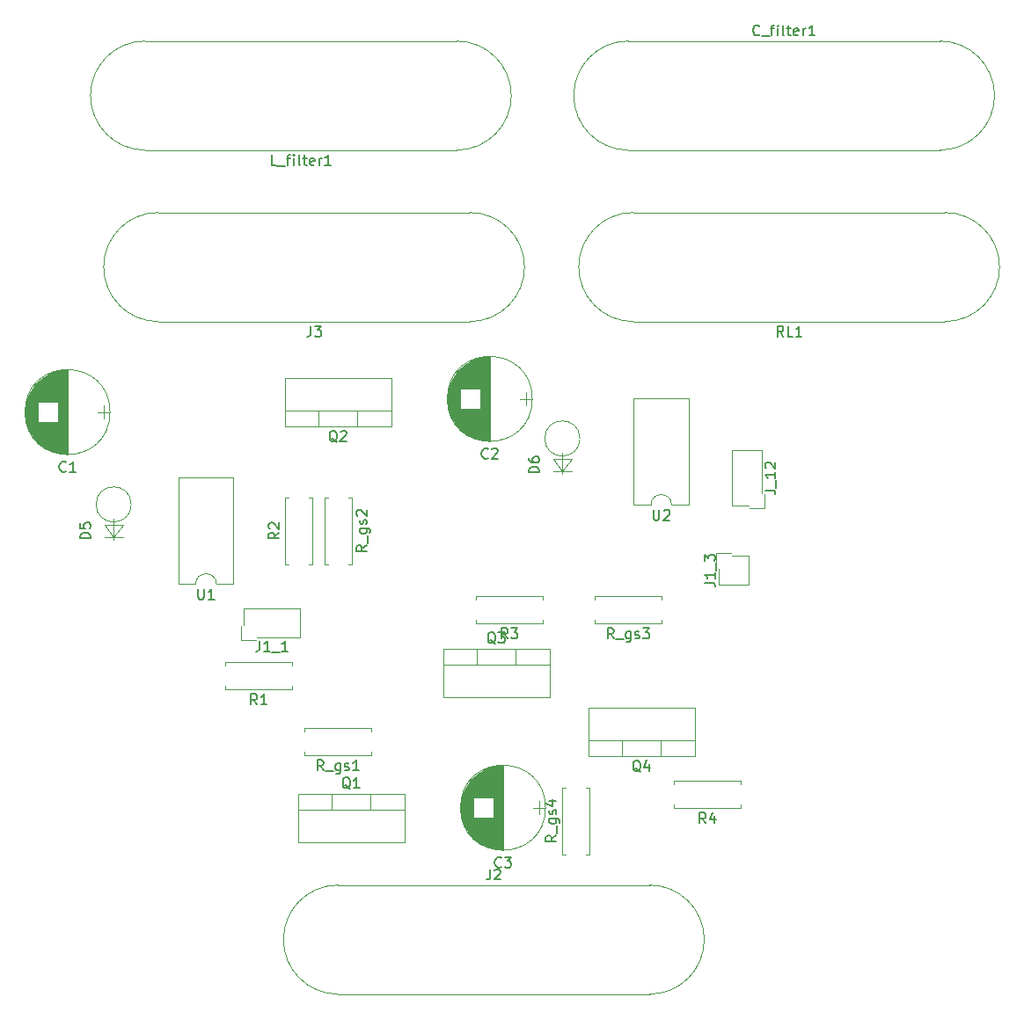
<source format=gbr>
G04 #@! TF.FileFunction,Legend,Top*
%FSLAX46Y46*%
G04 Gerber Fmt 4.6, Leading zero omitted, Abs format (unit mm)*
G04 Created by KiCad (PCBNEW 4.0.6) date 06/24/19 22:23:21*
%MOMM*%
%LPD*%
G01*
G04 APERTURE LIST*
%ADD10C,0.100000*%
%ADD11C,0.120000*%
%ADD12C,0.150000*%
G04 APERTURE END LIST*
D10*
D11*
X110490000Y-45890000D02*
X140490000Y-45890000D01*
X140490000Y-35390000D02*
X110490000Y-35390000D01*
X140490000Y-45890000D02*
G75*
G03X140490000Y-35390000I0J5250000D01*
G01*
X110490000Y-35390000D02*
G75*
G03X110490000Y-45890000I0J-5250000D01*
G01*
X93980000Y-35390000D02*
X63980000Y-35390000D01*
X63980000Y-45890000D02*
X93980000Y-45890000D01*
X63980000Y-35390000D02*
G75*
G03X63980000Y-45890000I0J-5250000D01*
G01*
X93980000Y-45890000D02*
G75*
G03X93980000Y-35390000I0J5250000D01*
G01*
X60610000Y-71120000D02*
G75*
G03X60610000Y-71120000I-4090000J0D01*
G01*
X56520000Y-75170000D02*
X56520000Y-67070000D01*
X56480000Y-75170000D02*
X56480000Y-67070000D01*
X56440000Y-75170000D02*
X56440000Y-67070000D01*
X56400000Y-75169000D02*
X56400000Y-67071000D01*
X56360000Y-75167000D02*
X56360000Y-67073000D01*
X56320000Y-75166000D02*
X56320000Y-67074000D01*
X56280000Y-75163000D02*
X56280000Y-67077000D01*
X56240000Y-75161000D02*
X56240000Y-67079000D01*
X56200000Y-75158000D02*
X56200000Y-67082000D01*
X56160000Y-75155000D02*
X56160000Y-67085000D01*
X56120000Y-75151000D02*
X56120000Y-67089000D01*
X56080000Y-75147000D02*
X56080000Y-67093000D01*
X56040000Y-75142000D02*
X56040000Y-67098000D01*
X56000000Y-75137000D02*
X56000000Y-67103000D01*
X55960000Y-75132000D02*
X55960000Y-67108000D01*
X55920000Y-75126000D02*
X55920000Y-67114000D01*
X55880000Y-75120000D02*
X55880000Y-67120000D01*
X55840000Y-75114000D02*
X55840000Y-67126000D01*
X55799000Y-75107000D02*
X55799000Y-67133000D01*
X55759000Y-75099000D02*
X55759000Y-67141000D01*
X55719000Y-75091000D02*
X55719000Y-67149000D01*
X55679000Y-75083000D02*
X55679000Y-67157000D01*
X55639000Y-75075000D02*
X55639000Y-67165000D01*
X55599000Y-75066000D02*
X55599000Y-72100000D01*
X55599000Y-70140000D02*
X55599000Y-67174000D01*
X55559000Y-75056000D02*
X55559000Y-72100000D01*
X55559000Y-70140000D02*
X55559000Y-67184000D01*
X55519000Y-75046000D02*
X55519000Y-72100000D01*
X55519000Y-70140000D02*
X55519000Y-67194000D01*
X55479000Y-75036000D02*
X55479000Y-72100000D01*
X55479000Y-70140000D02*
X55479000Y-67204000D01*
X55439000Y-75025000D02*
X55439000Y-72100000D01*
X55439000Y-70140000D02*
X55439000Y-67215000D01*
X55399000Y-75014000D02*
X55399000Y-72100000D01*
X55399000Y-70140000D02*
X55399000Y-67226000D01*
X55359000Y-75003000D02*
X55359000Y-72100000D01*
X55359000Y-70140000D02*
X55359000Y-67237000D01*
X55319000Y-74990000D02*
X55319000Y-72100000D01*
X55319000Y-70140000D02*
X55319000Y-67250000D01*
X55279000Y-74978000D02*
X55279000Y-72100000D01*
X55279000Y-70140000D02*
X55279000Y-67262000D01*
X55239000Y-74965000D02*
X55239000Y-72100000D01*
X55239000Y-70140000D02*
X55239000Y-67275000D01*
X55199000Y-74952000D02*
X55199000Y-72100000D01*
X55199000Y-70140000D02*
X55199000Y-67288000D01*
X55159000Y-74938000D02*
X55159000Y-72100000D01*
X55159000Y-70140000D02*
X55159000Y-67302000D01*
X55119000Y-74923000D02*
X55119000Y-72100000D01*
X55119000Y-70140000D02*
X55119000Y-67317000D01*
X55079000Y-74909000D02*
X55079000Y-72100000D01*
X55079000Y-70140000D02*
X55079000Y-67331000D01*
X55039000Y-74893000D02*
X55039000Y-72100000D01*
X55039000Y-70140000D02*
X55039000Y-67347000D01*
X54999000Y-74878000D02*
X54999000Y-72100000D01*
X54999000Y-70140000D02*
X54999000Y-67362000D01*
X54959000Y-74861000D02*
X54959000Y-72100000D01*
X54959000Y-70140000D02*
X54959000Y-67379000D01*
X54919000Y-74845000D02*
X54919000Y-72100000D01*
X54919000Y-70140000D02*
X54919000Y-67395000D01*
X54879000Y-74827000D02*
X54879000Y-72100000D01*
X54879000Y-70140000D02*
X54879000Y-67413000D01*
X54839000Y-74810000D02*
X54839000Y-72100000D01*
X54839000Y-70140000D02*
X54839000Y-67430000D01*
X54799000Y-74791000D02*
X54799000Y-72100000D01*
X54799000Y-70140000D02*
X54799000Y-67449000D01*
X54759000Y-74772000D02*
X54759000Y-72100000D01*
X54759000Y-70140000D02*
X54759000Y-67468000D01*
X54719000Y-74753000D02*
X54719000Y-72100000D01*
X54719000Y-70140000D02*
X54719000Y-67487000D01*
X54679000Y-74733000D02*
X54679000Y-72100000D01*
X54679000Y-70140000D02*
X54679000Y-67507000D01*
X54639000Y-74713000D02*
X54639000Y-72100000D01*
X54639000Y-70140000D02*
X54639000Y-67527000D01*
X54599000Y-74692000D02*
X54599000Y-72100000D01*
X54599000Y-70140000D02*
X54599000Y-67548000D01*
X54559000Y-74670000D02*
X54559000Y-72100000D01*
X54559000Y-70140000D02*
X54559000Y-67570000D01*
X54519000Y-74648000D02*
X54519000Y-72100000D01*
X54519000Y-70140000D02*
X54519000Y-67592000D01*
X54479000Y-74625000D02*
X54479000Y-72100000D01*
X54479000Y-70140000D02*
X54479000Y-67615000D01*
X54439000Y-74602000D02*
X54439000Y-72100000D01*
X54439000Y-70140000D02*
X54439000Y-67638000D01*
X54399000Y-74578000D02*
X54399000Y-72100000D01*
X54399000Y-70140000D02*
X54399000Y-67662000D01*
X54359000Y-74554000D02*
X54359000Y-72100000D01*
X54359000Y-70140000D02*
X54359000Y-67686000D01*
X54319000Y-74528000D02*
X54319000Y-72100000D01*
X54319000Y-70140000D02*
X54319000Y-67712000D01*
X54279000Y-74503000D02*
X54279000Y-72100000D01*
X54279000Y-70140000D02*
X54279000Y-67737000D01*
X54239000Y-74476000D02*
X54239000Y-72100000D01*
X54239000Y-70140000D02*
X54239000Y-67764000D01*
X54199000Y-74449000D02*
X54199000Y-72100000D01*
X54199000Y-70140000D02*
X54199000Y-67791000D01*
X54159000Y-74421000D02*
X54159000Y-72100000D01*
X54159000Y-70140000D02*
X54159000Y-67819000D01*
X54119000Y-74392000D02*
X54119000Y-72100000D01*
X54119000Y-70140000D02*
X54119000Y-67848000D01*
X54079000Y-74363000D02*
X54079000Y-72100000D01*
X54079000Y-70140000D02*
X54079000Y-67877000D01*
X54039000Y-74333000D02*
X54039000Y-72100000D01*
X54039000Y-70140000D02*
X54039000Y-67907000D01*
X53999000Y-74302000D02*
X53999000Y-72100000D01*
X53999000Y-70140000D02*
X53999000Y-67938000D01*
X53959000Y-74270000D02*
X53959000Y-72100000D01*
X53959000Y-70140000D02*
X53959000Y-67970000D01*
X53919000Y-74238000D02*
X53919000Y-72100000D01*
X53919000Y-70140000D02*
X53919000Y-68002000D01*
X53879000Y-74204000D02*
X53879000Y-72100000D01*
X53879000Y-70140000D02*
X53879000Y-68036000D01*
X53839000Y-74170000D02*
X53839000Y-72100000D01*
X53839000Y-70140000D02*
X53839000Y-68070000D01*
X53799000Y-74135000D02*
X53799000Y-72100000D01*
X53799000Y-70140000D02*
X53799000Y-68105000D01*
X53759000Y-74099000D02*
X53759000Y-72100000D01*
X53759000Y-70140000D02*
X53759000Y-68141000D01*
X53719000Y-74062000D02*
X53719000Y-72100000D01*
X53719000Y-70140000D02*
X53719000Y-68178000D01*
X53679000Y-74024000D02*
X53679000Y-72100000D01*
X53679000Y-70140000D02*
X53679000Y-68216000D01*
X53639000Y-73985000D02*
X53639000Y-68255000D01*
X53599000Y-73944000D02*
X53599000Y-68296000D01*
X53559000Y-73903000D02*
X53559000Y-68337000D01*
X53519000Y-73860000D02*
X53519000Y-68380000D01*
X53479000Y-73817000D02*
X53479000Y-68423000D01*
X53439000Y-73772000D02*
X53439000Y-68468000D01*
X53399000Y-73725000D02*
X53399000Y-68515000D01*
X53359000Y-73677000D02*
X53359000Y-68563000D01*
X53319000Y-73628000D02*
X53319000Y-68612000D01*
X53279000Y-73577000D02*
X53279000Y-68663000D01*
X53239000Y-73524000D02*
X53239000Y-68716000D01*
X53199000Y-73469000D02*
X53199000Y-68771000D01*
X53159000Y-73413000D02*
X53159000Y-68827000D01*
X53119000Y-73354000D02*
X53119000Y-68886000D01*
X53079000Y-73293000D02*
X53079000Y-68947000D01*
X53039000Y-73229000D02*
X53039000Y-69011000D01*
X52999000Y-73163000D02*
X52999000Y-69077000D01*
X52959000Y-73094000D02*
X52959000Y-69146000D01*
X52919000Y-73022000D02*
X52919000Y-69218000D01*
X52879000Y-72946000D02*
X52879000Y-69294000D01*
X52839000Y-72865000D02*
X52839000Y-69375000D01*
X52799000Y-72780000D02*
X52799000Y-69460000D01*
X52759000Y-72690000D02*
X52759000Y-69550000D01*
X52719000Y-72593000D02*
X52719000Y-69647000D01*
X52679000Y-72489000D02*
X52679000Y-69751000D01*
X52639000Y-72374000D02*
X52639000Y-69866000D01*
X52599000Y-72247000D02*
X52599000Y-69993000D01*
X52559000Y-72103000D02*
X52559000Y-70137000D01*
X52519000Y-71934000D02*
X52519000Y-70306000D01*
X52479000Y-71718000D02*
X52479000Y-70522000D01*
X52439000Y-71366000D02*
X52439000Y-70874000D01*
X60620000Y-71120000D02*
X59420000Y-71120000D01*
X60020000Y-71770000D02*
X60020000Y-70470000D01*
X101250000Y-69850000D02*
G75*
G03X101250000Y-69850000I-4090000J0D01*
G01*
X97160000Y-73900000D02*
X97160000Y-65800000D01*
X97120000Y-73900000D02*
X97120000Y-65800000D01*
X97080000Y-73900000D02*
X97080000Y-65800000D01*
X97040000Y-73899000D02*
X97040000Y-65801000D01*
X97000000Y-73897000D02*
X97000000Y-65803000D01*
X96960000Y-73896000D02*
X96960000Y-65804000D01*
X96920000Y-73893000D02*
X96920000Y-65807000D01*
X96880000Y-73891000D02*
X96880000Y-65809000D01*
X96840000Y-73888000D02*
X96840000Y-65812000D01*
X96800000Y-73885000D02*
X96800000Y-65815000D01*
X96760000Y-73881000D02*
X96760000Y-65819000D01*
X96720000Y-73877000D02*
X96720000Y-65823000D01*
X96680000Y-73872000D02*
X96680000Y-65828000D01*
X96640000Y-73867000D02*
X96640000Y-65833000D01*
X96600000Y-73862000D02*
X96600000Y-65838000D01*
X96560000Y-73856000D02*
X96560000Y-65844000D01*
X96520000Y-73850000D02*
X96520000Y-65850000D01*
X96480000Y-73844000D02*
X96480000Y-65856000D01*
X96439000Y-73837000D02*
X96439000Y-65863000D01*
X96399000Y-73829000D02*
X96399000Y-65871000D01*
X96359000Y-73821000D02*
X96359000Y-65879000D01*
X96319000Y-73813000D02*
X96319000Y-65887000D01*
X96279000Y-73805000D02*
X96279000Y-65895000D01*
X96239000Y-73796000D02*
X96239000Y-70830000D01*
X96239000Y-68870000D02*
X96239000Y-65904000D01*
X96199000Y-73786000D02*
X96199000Y-70830000D01*
X96199000Y-68870000D02*
X96199000Y-65914000D01*
X96159000Y-73776000D02*
X96159000Y-70830000D01*
X96159000Y-68870000D02*
X96159000Y-65924000D01*
X96119000Y-73766000D02*
X96119000Y-70830000D01*
X96119000Y-68870000D02*
X96119000Y-65934000D01*
X96079000Y-73755000D02*
X96079000Y-70830000D01*
X96079000Y-68870000D02*
X96079000Y-65945000D01*
X96039000Y-73744000D02*
X96039000Y-70830000D01*
X96039000Y-68870000D02*
X96039000Y-65956000D01*
X95999000Y-73733000D02*
X95999000Y-70830000D01*
X95999000Y-68870000D02*
X95999000Y-65967000D01*
X95959000Y-73720000D02*
X95959000Y-70830000D01*
X95959000Y-68870000D02*
X95959000Y-65980000D01*
X95919000Y-73708000D02*
X95919000Y-70830000D01*
X95919000Y-68870000D02*
X95919000Y-65992000D01*
X95879000Y-73695000D02*
X95879000Y-70830000D01*
X95879000Y-68870000D02*
X95879000Y-66005000D01*
X95839000Y-73682000D02*
X95839000Y-70830000D01*
X95839000Y-68870000D02*
X95839000Y-66018000D01*
X95799000Y-73668000D02*
X95799000Y-70830000D01*
X95799000Y-68870000D02*
X95799000Y-66032000D01*
X95759000Y-73653000D02*
X95759000Y-70830000D01*
X95759000Y-68870000D02*
X95759000Y-66047000D01*
X95719000Y-73639000D02*
X95719000Y-70830000D01*
X95719000Y-68870000D02*
X95719000Y-66061000D01*
X95679000Y-73623000D02*
X95679000Y-70830000D01*
X95679000Y-68870000D02*
X95679000Y-66077000D01*
X95639000Y-73608000D02*
X95639000Y-70830000D01*
X95639000Y-68870000D02*
X95639000Y-66092000D01*
X95599000Y-73591000D02*
X95599000Y-70830000D01*
X95599000Y-68870000D02*
X95599000Y-66109000D01*
X95559000Y-73575000D02*
X95559000Y-70830000D01*
X95559000Y-68870000D02*
X95559000Y-66125000D01*
X95519000Y-73557000D02*
X95519000Y-70830000D01*
X95519000Y-68870000D02*
X95519000Y-66143000D01*
X95479000Y-73540000D02*
X95479000Y-70830000D01*
X95479000Y-68870000D02*
X95479000Y-66160000D01*
X95439000Y-73521000D02*
X95439000Y-70830000D01*
X95439000Y-68870000D02*
X95439000Y-66179000D01*
X95399000Y-73502000D02*
X95399000Y-70830000D01*
X95399000Y-68870000D02*
X95399000Y-66198000D01*
X95359000Y-73483000D02*
X95359000Y-70830000D01*
X95359000Y-68870000D02*
X95359000Y-66217000D01*
X95319000Y-73463000D02*
X95319000Y-70830000D01*
X95319000Y-68870000D02*
X95319000Y-66237000D01*
X95279000Y-73443000D02*
X95279000Y-70830000D01*
X95279000Y-68870000D02*
X95279000Y-66257000D01*
X95239000Y-73422000D02*
X95239000Y-70830000D01*
X95239000Y-68870000D02*
X95239000Y-66278000D01*
X95199000Y-73400000D02*
X95199000Y-70830000D01*
X95199000Y-68870000D02*
X95199000Y-66300000D01*
X95159000Y-73378000D02*
X95159000Y-70830000D01*
X95159000Y-68870000D02*
X95159000Y-66322000D01*
X95119000Y-73355000D02*
X95119000Y-70830000D01*
X95119000Y-68870000D02*
X95119000Y-66345000D01*
X95079000Y-73332000D02*
X95079000Y-70830000D01*
X95079000Y-68870000D02*
X95079000Y-66368000D01*
X95039000Y-73308000D02*
X95039000Y-70830000D01*
X95039000Y-68870000D02*
X95039000Y-66392000D01*
X94999000Y-73284000D02*
X94999000Y-70830000D01*
X94999000Y-68870000D02*
X94999000Y-66416000D01*
X94959000Y-73258000D02*
X94959000Y-70830000D01*
X94959000Y-68870000D02*
X94959000Y-66442000D01*
X94919000Y-73233000D02*
X94919000Y-70830000D01*
X94919000Y-68870000D02*
X94919000Y-66467000D01*
X94879000Y-73206000D02*
X94879000Y-70830000D01*
X94879000Y-68870000D02*
X94879000Y-66494000D01*
X94839000Y-73179000D02*
X94839000Y-70830000D01*
X94839000Y-68870000D02*
X94839000Y-66521000D01*
X94799000Y-73151000D02*
X94799000Y-70830000D01*
X94799000Y-68870000D02*
X94799000Y-66549000D01*
X94759000Y-73122000D02*
X94759000Y-70830000D01*
X94759000Y-68870000D02*
X94759000Y-66578000D01*
X94719000Y-73093000D02*
X94719000Y-70830000D01*
X94719000Y-68870000D02*
X94719000Y-66607000D01*
X94679000Y-73063000D02*
X94679000Y-70830000D01*
X94679000Y-68870000D02*
X94679000Y-66637000D01*
X94639000Y-73032000D02*
X94639000Y-70830000D01*
X94639000Y-68870000D02*
X94639000Y-66668000D01*
X94599000Y-73000000D02*
X94599000Y-70830000D01*
X94599000Y-68870000D02*
X94599000Y-66700000D01*
X94559000Y-72968000D02*
X94559000Y-70830000D01*
X94559000Y-68870000D02*
X94559000Y-66732000D01*
X94519000Y-72934000D02*
X94519000Y-70830000D01*
X94519000Y-68870000D02*
X94519000Y-66766000D01*
X94479000Y-72900000D02*
X94479000Y-70830000D01*
X94479000Y-68870000D02*
X94479000Y-66800000D01*
X94439000Y-72865000D02*
X94439000Y-70830000D01*
X94439000Y-68870000D02*
X94439000Y-66835000D01*
X94399000Y-72829000D02*
X94399000Y-70830000D01*
X94399000Y-68870000D02*
X94399000Y-66871000D01*
X94359000Y-72792000D02*
X94359000Y-70830000D01*
X94359000Y-68870000D02*
X94359000Y-66908000D01*
X94319000Y-72754000D02*
X94319000Y-70830000D01*
X94319000Y-68870000D02*
X94319000Y-66946000D01*
X94279000Y-72715000D02*
X94279000Y-66985000D01*
X94239000Y-72674000D02*
X94239000Y-67026000D01*
X94199000Y-72633000D02*
X94199000Y-67067000D01*
X94159000Y-72590000D02*
X94159000Y-67110000D01*
X94119000Y-72547000D02*
X94119000Y-67153000D01*
X94079000Y-72502000D02*
X94079000Y-67198000D01*
X94039000Y-72455000D02*
X94039000Y-67245000D01*
X93999000Y-72407000D02*
X93999000Y-67293000D01*
X93959000Y-72358000D02*
X93959000Y-67342000D01*
X93919000Y-72307000D02*
X93919000Y-67393000D01*
X93879000Y-72254000D02*
X93879000Y-67446000D01*
X93839000Y-72199000D02*
X93839000Y-67501000D01*
X93799000Y-72143000D02*
X93799000Y-67557000D01*
X93759000Y-72084000D02*
X93759000Y-67616000D01*
X93719000Y-72023000D02*
X93719000Y-67677000D01*
X93679000Y-71959000D02*
X93679000Y-67741000D01*
X93639000Y-71893000D02*
X93639000Y-67807000D01*
X93599000Y-71824000D02*
X93599000Y-67876000D01*
X93559000Y-71752000D02*
X93559000Y-67948000D01*
X93519000Y-71676000D02*
X93519000Y-68024000D01*
X93479000Y-71595000D02*
X93479000Y-68105000D01*
X93439000Y-71510000D02*
X93439000Y-68190000D01*
X93399000Y-71420000D02*
X93399000Y-68280000D01*
X93359000Y-71323000D02*
X93359000Y-68377000D01*
X93319000Y-71219000D02*
X93319000Y-68481000D01*
X93279000Y-71104000D02*
X93279000Y-68596000D01*
X93239000Y-70977000D02*
X93239000Y-68723000D01*
X93199000Y-70833000D02*
X93199000Y-68867000D01*
X93159000Y-70664000D02*
X93159000Y-69036000D01*
X93119000Y-70448000D02*
X93119000Y-69252000D01*
X93079000Y-70096000D02*
X93079000Y-69604000D01*
X101260000Y-69850000D02*
X100060000Y-69850000D01*
X100660000Y-70500000D02*
X100660000Y-69200000D01*
X102520000Y-109220000D02*
G75*
G03X102520000Y-109220000I-4090000J0D01*
G01*
X98430000Y-113270000D02*
X98430000Y-105170000D01*
X98390000Y-113270000D02*
X98390000Y-105170000D01*
X98350000Y-113270000D02*
X98350000Y-105170000D01*
X98310000Y-113269000D02*
X98310000Y-105171000D01*
X98270000Y-113267000D02*
X98270000Y-105173000D01*
X98230000Y-113266000D02*
X98230000Y-105174000D01*
X98190000Y-113263000D02*
X98190000Y-105177000D01*
X98150000Y-113261000D02*
X98150000Y-105179000D01*
X98110000Y-113258000D02*
X98110000Y-105182000D01*
X98070000Y-113255000D02*
X98070000Y-105185000D01*
X98030000Y-113251000D02*
X98030000Y-105189000D01*
X97990000Y-113247000D02*
X97990000Y-105193000D01*
X97950000Y-113242000D02*
X97950000Y-105198000D01*
X97910000Y-113237000D02*
X97910000Y-105203000D01*
X97870000Y-113232000D02*
X97870000Y-105208000D01*
X97830000Y-113226000D02*
X97830000Y-105214000D01*
X97790000Y-113220000D02*
X97790000Y-105220000D01*
X97750000Y-113214000D02*
X97750000Y-105226000D01*
X97709000Y-113207000D02*
X97709000Y-105233000D01*
X97669000Y-113199000D02*
X97669000Y-105241000D01*
X97629000Y-113191000D02*
X97629000Y-105249000D01*
X97589000Y-113183000D02*
X97589000Y-105257000D01*
X97549000Y-113175000D02*
X97549000Y-105265000D01*
X97509000Y-113166000D02*
X97509000Y-110200000D01*
X97509000Y-108240000D02*
X97509000Y-105274000D01*
X97469000Y-113156000D02*
X97469000Y-110200000D01*
X97469000Y-108240000D02*
X97469000Y-105284000D01*
X97429000Y-113146000D02*
X97429000Y-110200000D01*
X97429000Y-108240000D02*
X97429000Y-105294000D01*
X97389000Y-113136000D02*
X97389000Y-110200000D01*
X97389000Y-108240000D02*
X97389000Y-105304000D01*
X97349000Y-113125000D02*
X97349000Y-110200000D01*
X97349000Y-108240000D02*
X97349000Y-105315000D01*
X97309000Y-113114000D02*
X97309000Y-110200000D01*
X97309000Y-108240000D02*
X97309000Y-105326000D01*
X97269000Y-113103000D02*
X97269000Y-110200000D01*
X97269000Y-108240000D02*
X97269000Y-105337000D01*
X97229000Y-113090000D02*
X97229000Y-110200000D01*
X97229000Y-108240000D02*
X97229000Y-105350000D01*
X97189000Y-113078000D02*
X97189000Y-110200000D01*
X97189000Y-108240000D02*
X97189000Y-105362000D01*
X97149000Y-113065000D02*
X97149000Y-110200000D01*
X97149000Y-108240000D02*
X97149000Y-105375000D01*
X97109000Y-113052000D02*
X97109000Y-110200000D01*
X97109000Y-108240000D02*
X97109000Y-105388000D01*
X97069000Y-113038000D02*
X97069000Y-110200000D01*
X97069000Y-108240000D02*
X97069000Y-105402000D01*
X97029000Y-113023000D02*
X97029000Y-110200000D01*
X97029000Y-108240000D02*
X97029000Y-105417000D01*
X96989000Y-113009000D02*
X96989000Y-110200000D01*
X96989000Y-108240000D02*
X96989000Y-105431000D01*
X96949000Y-112993000D02*
X96949000Y-110200000D01*
X96949000Y-108240000D02*
X96949000Y-105447000D01*
X96909000Y-112978000D02*
X96909000Y-110200000D01*
X96909000Y-108240000D02*
X96909000Y-105462000D01*
X96869000Y-112961000D02*
X96869000Y-110200000D01*
X96869000Y-108240000D02*
X96869000Y-105479000D01*
X96829000Y-112945000D02*
X96829000Y-110200000D01*
X96829000Y-108240000D02*
X96829000Y-105495000D01*
X96789000Y-112927000D02*
X96789000Y-110200000D01*
X96789000Y-108240000D02*
X96789000Y-105513000D01*
X96749000Y-112910000D02*
X96749000Y-110200000D01*
X96749000Y-108240000D02*
X96749000Y-105530000D01*
X96709000Y-112891000D02*
X96709000Y-110200000D01*
X96709000Y-108240000D02*
X96709000Y-105549000D01*
X96669000Y-112872000D02*
X96669000Y-110200000D01*
X96669000Y-108240000D02*
X96669000Y-105568000D01*
X96629000Y-112853000D02*
X96629000Y-110200000D01*
X96629000Y-108240000D02*
X96629000Y-105587000D01*
X96589000Y-112833000D02*
X96589000Y-110200000D01*
X96589000Y-108240000D02*
X96589000Y-105607000D01*
X96549000Y-112813000D02*
X96549000Y-110200000D01*
X96549000Y-108240000D02*
X96549000Y-105627000D01*
X96509000Y-112792000D02*
X96509000Y-110200000D01*
X96509000Y-108240000D02*
X96509000Y-105648000D01*
X96469000Y-112770000D02*
X96469000Y-110200000D01*
X96469000Y-108240000D02*
X96469000Y-105670000D01*
X96429000Y-112748000D02*
X96429000Y-110200000D01*
X96429000Y-108240000D02*
X96429000Y-105692000D01*
X96389000Y-112725000D02*
X96389000Y-110200000D01*
X96389000Y-108240000D02*
X96389000Y-105715000D01*
X96349000Y-112702000D02*
X96349000Y-110200000D01*
X96349000Y-108240000D02*
X96349000Y-105738000D01*
X96309000Y-112678000D02*
X96309000Y-110200000D01*
X96309000Y-108240000D02*
X96309000Y-105762000D01*
X96269000Y-112654000D02*
X96269000Y-110200000D01*
X96269000Y-108240000D02*
X96269000Y-105786000D01*
X96229000Y-112628000D02*
X96229000Y-110200000D01*
X96229000Y-108240000D02*
X96229000Y-105812000D01*
X96189000Y-112603000D02*
X96189000Y-110200000D01*
X96189000Y-108240000D02*
X96189000Y-105837000D01*
X96149000Y-112576000D02*
X96149000Y-110200000D01*
X96149000Y-108240000D02*
X96149000Y-105864000D01*
X96109000Y-112549000D02*
X96109000Y-110200000D01*
X96109000Y-108240000D02*
X96109000Y-105891000D01*
X96069000Y-112521000D02*
X96069000Y-110200000D01*
X96069000Y-108240000D02*
X96069000Y-105919000D01*
X96029000Y-112492000D02*
X96029000Y-110200000D01*
X96029000Y-108240000D02*
X96029000Y-105948000D01*
X95989000Y-112463000D02*
X95989000Y-110200000D01*
X95989000Y-108240000D02*
X95989000Y-105977000D01*
X95949000Y-112433000D02*
X95949000Y-110200000D01*
X95949000Y-108240000D02*
X95949000Y-106007000D01*
X95909000Y-112402000D02*
X95909000Y-110200000D01*
X95909000Y-108240000D02*
X95909000Y-106038000D01*
X95869000Y-112370000D02*
X95869000Y-110200000D01*
X95869000Y-108240000D02*
X95869000Y-106070000D01*
X95829000Y-112338000D02*
X95829000Y-110200000D01*
X95829000Y-108240000D02*
X95829000Y-106102000D01*
X95789000Y-112304000D02*
X95789000Y-110200000D01*
X95789000Y-108240000D02*
X95789000Y-106136000D01*
X95749000Y-112270000D02*
X95749000Y-110200000D01*
X95749000Y-108240000D02*
X95749000Y-106170000D01*
X95709000Y-112235000D02*
X95709000Y-110200000D01*
X95709000Y-108240000D02*
X95709000Y-106205000D01*
X95669000Y-112199000D02*
X95669000Y-110200000D01*
X95669000Y-108240000D02*
X95669000Y-106241000D01*
X95629000Y-112162000D02*
X95629000Y-110200000D01*
X95629000Y-108240000D02*
X95629000Y-106278000D01*
X95589000Y-112124000D02*
X95589000Y-110200000D01*
X95589000Y-108240000D02*
X95589000Y-106316000D01*
X95549000Y-112085000D02*
X95549000Y-106355000D01*
X95509000Y-112044000D02*
X95509000Y-106396000D01*
X95469000Y-112003000D02*
X95469000Y-106437000D01*
X95429000Y-111960000D02*
X95429000Y-106480000D01*
X95389000Y-111917000D02*
X95389000Y-106523000D01*
X95349000Y-111872000D02*
X95349000Y-106568000D01*
X95309000Y-111825000D02*
X95309000Y-106615000D01*
X95269000Y-111777000D02*
X95269000Y-106663000D01*
X95229000Y-111728000D02*
X95229000Y-106712000D01*
X95189000Y-111677000D02*
X95189000Y-106763000D01*
X95149000Y-111624000D02*
X95149000Y-106816000D01*
X95109000Y-111569000D02*
X95109000Y-106871000D01*
X95069000Y-111513000D02*
X95069000Y-106927000D01*
X95029000Y-111454000D02*
X95029000Y-106986000D01*
X94989000Y-111393000D02*
X94989000Y-107047000D01*
X94949000Y-111329000D02*
X94949000Y-107111000D01*
X94909000Y-111263000D02*
X94909000Y-107177000D01*
X94869000Y-111194000D02*
X94869000Y-107246000D01*
X94829000Y-111122000D02*
X94829000Y-107318000D01*
X94789000Y-111046000D02*
X94789000Y-107394000D01*
X94749000Y-110965000D02*
X94749000Y-107475000D01*
X94709000Y-110880000D02*
X94709000Y-107560000D01*
X94669000Y-110790000D02*
X94669000Y-107650000D01*
X94629000Y-110693000D02*
X94629000Y-107747000D01*
X94589000Y-110589000D02*
X94589000Y-107851000D01*
X94549000Y-110474000D02*
X94549000Y-107966000D01*
X94509000Y-110347000D02*
X94509000Y-108093000D01*
X94469000Y-110203000D02*
X94469000Y-108237000D01*
X94429000Y-110034000D02*
X94429000Y-108406000D01*
X94389000Y-109818000D02*
X94389000Y-108622000D01*
X94349000Y-109466000D02*
X94349000Y-108974000D01*
X102530000Y-109220000D02*
X101330000Y-109220000D01*
X101930000Y-109870000D02*
X101930000Y-108570000D01*
X60960000Y-83399365D02*
X60960000Y-81410000D01*
X60071000Y-83142667D02*
X61849000Y-83142667D01*
X60960000Y-83142667D02*
X60071000Y-81957333D01*
X60071000Y-81957333D02*
X61849000Y-81957333D01*
X61849000Y-81957333D02*
X60960000Y-83142667D01*
X62650635Y-80010000D02*
G75*
G03X62650635Y-80010000I-1690635J0D01*
G01*
X104140000Y-77049365D02*
X104140000Y-75060000D01*
X103251000Y-76792667D02*
X105029000Y-76792667D01*
X104140000Y-76792667D02*
X103251000Y-75607333D01*
X103251000Y-75607333D02*
X105029000Y-75607333D01*
X105029000Y-75607333D02*
X104140000Y-76792667D01*
X105830635Y-73660000D02*
G75*
G03X105830635Y-73660000I-1690635J0D01*
G01*
X82550000Y-127170000D02*
X112550000Y-127170000D01*
X112550000Y-116670000D02*
X82550000Y-116670000D01*
X112550000Y-127170000D02*
G75*
G03X112550000Y-116670000I0J5250000D01*
G01*
X82550000Y-116670000D02*
G75*
G03X82550000Y-127170000I0J-5250000D01*
G01*
X95250000Y-51900000D02*
X65250000Y-51900000D01*
X65250000Y-62400000D02*
X95250000Y-62400000D01*
X65250000Y-51900000D02*
G75*
G03X65250000Y-62400000I0J-5250000D01*
G01*
X95250000Y-62400000D02*
G75*
G03X95250000Y-51900000I0J5250000D01*
G01*
X78140000Y-97500000D02*
X78140000Y-97830000D01*
X78140000Y-97830000D02*
X71720000Y-97830000D01*
X71720000Y-97830000D02*
X71720000Y-97500000D01*
X78140000Y-95540000D02*
X78140000Y-95210000D01*
X78140000Y-95210000D02*
X71720000Y-95210000D01*
X71720000Y-95210000D02*
X71720000Y-95540000D01*
X77760000Y-85760000D02*
X77430000Y-85760000D01*
X77430000Y-85760000D02*
X77430000Y-79340000D01*
X77430000Y-79340000D02*
X77760000Y-79340000D01*
X79720000Y-85760000D02*
X80050000Y-85760000D01*
X80050000Y-85760000D02*
X80050000Y-79340000D01*
X80050000Y-79340000D02*
X79720000Y-79340000D01*
X102270000Y-91150000D02*
X102270000Y-91480000D01*
X102270000Y-91480000D02*
X95850000Y-91480000D01*
X95850000Y-91480000D02*
X95850000Y-91150000D01*
X102270000Y-89190000D02*
X102270000Y-88860000D01*
X102270000Y-88860000D02*
X95850000Y-88860000D01*
X95850000Y-88860000D02*
X95850000Y-89190000D01*
X121320000Y-108930000D02*
X121320000Y-109260000D01*
X121320000Y-109260000D02*
X114900000Y-109260000D01*
X114900000Y-109260000D02*
X114900000Y-108930000D01*
X121320000Y-106970000D02*
X121320000Y-106640000D01*
X121320000Y-106640000D02*
X114900000Y-106640000D01*
X114900000Y-106640000D02*
X114900000Y-106970000D01*
X140970000Y-51900000D02*
X110970000Y-51900000D01*
X110970000Y-62400000D02*
X140970000Y-62400000D01*
X110970000Y-51900000D02*
G75*
G03X110970000Y-62400000I0J-5250000D01*
G01*
X140970000Y-62400000D02*
G75*
G03X140970000Y-51900000I0J5250000D01*
G01*
X85760000Y-103850000D02*
X85760000Y-104180000D01*
X85760000Y-104180000D02*
X79340000Y-104180000D01*
X79340000Y-104180000D02*
X79340000Y-103850000D01*
X85760000Y-101890000D02*
X85760000Y-101560000D01*
X85760000Y-101560000D02*
X79340000Y-101560000D01*
X79340000Y-101560000D02*
X79340000Y-101890000D01*
X83530000Y-79340000D02*
X83860000Y-79340000D01*
X83860000Y-79340000D02*
X83860000Y-85760000D01*
X83860000Y-85760000D02*
X83530000Y-85760000D01*
X81570000Y-79340000D02*
X81240000Y-79340000D01*
X81240000Y-79340000D02*
X81240000Y-85760000D01*
X81240000Y-85760000D02*
X81570000Y-85760000D01*
X113700000Y-91150000D02*
X113700000Y-91480000D01*
X113700000Y-91480000D02*
X107280000Y-91480000D01*
X107280000Y-91480000D02*
X107280000Y-91150000D01*
X113700000Y-89190000D02*
X113700000Y-88860000D01*
X113700000Y-88860000D02*
X107280000Y-88860000D01*
X107280000Y-88860000D02*
X107280000Y-89190000D01*
X104430000Y-113700000D02*
X104100000Y-113700000D01*
X104100000Y-113700000D02*
X104100000Y-107280000D01*
X104100000Y-107280000D02*
X104430000Y-107280000D01*
X106390000Y-113700000D02*
X106720000Y-113700000D01*
X106720000Y-113700000D02*
X106720000Y-107280000D01*
X106720000Y-107280000D02*
X106390000Y-107280000D01*
X68850000Y-87690000D02*
G75*
G02X70850000Y-87690000I1000000J0D01*
G01*
X70850000Y-87690000D02*
X72500000Y-87690000D01*
X72500000Y-87690000D02*
X72500000Y-77410000D01*
X72500000Y-77410000D02*
X67200000Y-77410000D01*
X67200000Y-77410000D02*
X67200000Y-87690000D01*
X67200000Y-87690000D02*
X68850000Y-87690000D01*
X112665000Y-80070000D02*
G75*
G02X114665000Y-80070000I1000000J0D01*
G01*
X114665000Y-80070000D02*
X116315000Y-80070000D01*
X116315000Y-80070000D02*
X116315000Y-69790000D01*
X116315000Y-69790000D02*
X111015000Y-69790000D01*
X111015000Y-69790000D02*
X111015000Y-80070000D01*
X111015000Y-80070000D02*
X112665000Y-80070000D01*
X78700000Y-107870000D02*
X88940000Y-107870000D01*
X78700000Y-112511000D02*
X88940000Y-112511000D01*
X78700000Y-107870000D02*
X78700000Y-112511000D01*
X88940000Y-107870000D02*
X88940000Y-112511000D01*
X78700000Y-109380000D02*
X88940000Y-109380000D01*
X81970000Y-107870000D02*
X81970000Y-109380000D01*
X85671000Y-107870000D02*
X85671000Y-109380000D01*
X87670000Y-72470000D02*
X77430000Y-72470000D01*
X87670000Y-67829000D02*
X77430000Y-67829000D01*
X87670000Y-72470000D02*
X87670000Y-67829000D01*
X77430000Y-72470000D02*
X77430000Y-67829000D01*
X87670000Y-70960000D02*
X77430000Y-70960000D01*
X84400000Y-72470000D02*
X84400000Y-70960000D01*
X80699000Y-72470000D02*
X80699000Y-70960000D01*
X92670000Y-93900000D02*
X102910000Y-93900000D01*
X92670000Y-98541000D02*
X102910000Y-98541000D01*
X92670000Y-93900000D02*
X92670000Y-98541000D01*
X102910000Y-93900000D02*
X102910000Y-98541000D01*
X92670000Y-95410000D02*
X102910000Y-95410000D01*
X95940000Y-93900000D02*
X95940000Y-95410000D01*
X99641000Y-93900000D02*
X99641000Y-95410000D01*
X116880000Y-104220000D02*
X106640000Y-104220000D01*
X116880000Y-99579000D02*
X106640000Y-99579000D01*
X116880000Y-104220000D02*
X116880000Y-99579000D01*
X106640000Y-104220000D02*
X106640000Y-99579000D01*
X116880000Y-102710000D02*
X106640000Y-102710000D01*
X113610000Y-104220000D02*
X113610000Y-102710000D01*
X109909000Y-104220000D02*
X109909000Y-102710000D01*
X73510000Y-91610000D02*
X73510000Y-90020000D01*
X73510000Y-90020000D02*
X78890000Y-90020000D01*
X78890000Y-90020000D02*
X78890000Y-92860000D01*
X78890000Y-92860000D02*
X74760000Y-92860000D01*
X73260000Y-91710000D02*
X73260000Y-93110000D01*
X73260000Y-93110000D02*
X74660000Y-93110000D01*
X120480000Y-84940000D02*
X122070000Y-84940000D01*
X122070000Y-84940000D02*
X122070000Y-87780000D01*
X122070000Y-87780000D02*
X119230000Y-87780000D01*
X119230000Y-87780000D02*
X119230000Y-86190000D01*
X120380000Y-84690000D02*
X118980000Y-84690000D01*
X118980000Y-84690000D02*
X118980000Y-86090000D01*
X122090000Y-80160000D02*
X120500000Y-80160000D01*
X120500000Y-80160000D02*
X120500000Y-74780000D01*
X120500000Y-74780000D02*
X123340000Y-74780000D01*
X123340000Y-74780000D02*
X123340000Y-78910000D01*
X122190000Y-80410000D02*
X123590000Y-80410000D01*
X123590000Y-80410000D02*
X123590000Y-79010000D01*
D12*
X123117857Y-34757143D02*
X123070238Y-34804762D01*
X122927381Y-34852381D01*
X122832143Y-34852381D01*
X122689285Y-34804762D01*
X122594047Y-34709524D01*
X122546428Y-34614286D01*
X122498809Y-34423810D01*
X122498809Y-34280952D01*
X122546428Y-34090476D01*
X122594047Y-33995238D01*
X122689285Y-33900000D01*
X122832143Y-33852381D01*
X122927381Y-33852381D01*
X123070238Y-33900000D01*
X123117857Y-33947619D01*
X123308333Y-34947619D02*
X124070238Y-34947619D01*
X124165476Y-34185714D02*
X124546428Y-34185714D01*
X124308333Y-34852381D02*
X124308333Y-33995238D01*
X124355952Y-33900000D01*
X124451190Y-33852381D01*
X124546428Y-33852381D01*
X124879762Y-34852381D02*
X124879762Y-34185714D01*
X124879762Y-33852381D02*
X124832143Y-33900000D01*
X124879762Y-33947619D01*
X124927381Y-33900000D01*
X124879762Y-33852381D01*
X124879762Y-33947619D01*
X125498809Y-34852381D02*
X125403571Y-34804762D01*
X125355952Y-34709524D01*
X125355952Y-33852381D01*
X125736905Y-34185714D02*
X126117857Y-34185714D01*
X125879762Y-33852381D02*
X125879762Y-34709524D01*
X125927381Y-34804762D01*
X126022619Y-34852381D01*
X126117857Y-34852381D01*
X126832144Y-34804762D02*
X126736906Y-34852381D01*
X126546429Y-34852381D01*
X126451191Y-34804762D01*
X126403572Y-34709524D01*
X126403572Y-34328571D01*
X126451191Y-34233333D01*
X126546429Y-34185714D01*
X126736906Y-34185714D01*
X126832144Y-34233333D01*
X126879763Y-34328571D01*
X126879763Y-34423810D01*
X126403572Y-34519048D01*
X127308334Y-34852381D02*
X127308334Y-34185714D01*
X127308334Y-34376190D02*
X127355953Y-34280952D01*
X127403572Y-34233333D01*
X127498810Y-34185714D01*
X127594049Y-34185714D01*
X128451192Y-34852381D02*
X127879763Y-34852381D01*
X128165477Y-34852381D02*
X128165477Y-33852381D01*
X128070239Y-33995238D01*
X127975001Y-34090476D01*
X127879763Y-34138095D01*
X76637857Y-47332381D02*
X76161666Y-47332381D01*
X76161666Y-46332381D01*
X76733095Y-47427619D02*
X77495000Y-47427619D01*
X77590238Y-46665714D02*
X77971190Y-46665714D01*
X77733095Y-47332381D02*
X77733095Y-46475238D01*
X77780714Y-46380000D01*
X77875952Y-46332381D01*
X77971190Y-46332381D01*
X78304524Y-47332381D02*
X78304524Y-46665714D01*
X78304524Y-46332381D02*
X78256905Y-46380000D01*
X78304524Y-46427619D01*
X78352143Y-46380000D01*
X78304524Y-46332381D01*
X78304524Y-46427619D01*
X78923571Y-47332381D02*
X78828333Y-47284762D01*
X78780714Y-47189524D01*
X78780714Y-46332381D01*
X79161667Y-46665714D02*
X79542619Y-46665714D01*
X79304524Y-46332381D02*
X79304524Y-47189524D01*
X79352143Y-47284762D01*
X79447381Y-47332381D01*
X79542619Y-47332381D01*
X80256906Y-47284762D02*
X80161668Y-47332381D01*
X79971191Y-47332381D01*
X79875953Y-47284762D01*
X79828334Y-47189524D01*
X79828334Y-46808571D01*
X79875953Y-46713333D01*
X79971191Y-46665714D01*
X80161668Y-46665714D01*
X80256906Y-46713333D01*
X80304525Y-46808571D01*
X80304525Y-46903810D01*
X79828334Y-46999048D01*
X80733096Y-47332381D02*
X80733096Y-46665714D01*
X80733096Y-46856190D02*
X80780715Y-46760952D01*
X80828334Y-46713333D01*
X80923572Y-46665714D01*
X81018811Y-46665714D01*
X81875954Y-47332381D02*
X81304525Y-47332381D01*
X81590239Y-47332381D02*
X81590239Y-46332381D01*
X81495001Y-46475238D01*
X81399763Y-46570476D01*
X81304525Y-46618095D01*
X56353334Y-76787143D02*
X56305715Y-76834762D01*
X56162858Y-76882381D01*
X56067620Y-76882381D01*
X55924762Y-76834762D01*
X55829524Y-76739524D01*
X55781905Y-76644286D01*
X55734286Y-76453810D01*
X55734286Y-76310952D01*
X55781905Y-76120476D01*
X55829524Y-76025238D01*
X55924762Y-75930000D01*
X56067620Y-75882381D01*
X56162858Y-75882381D01*
X56305715Y-75930000D01*
X56353334Y-75977619D01*
X57305715Y-76882381D02*
X56734286Y-76882381D01*
X57020000Y-76882381D02*
X57020000Y-75882381D01*
X56924762Y-76025238D01*
X56829524Y-76120476D01*
X56734286Y-76168095D01*
X96993334Y-75517143D02*
X96945715Y-75564762D01*
X96802858Y-75612381D01*
X96707620Y-75612381D01*
X96564762Y-75564762D01*
X96469524Y-75469524D01*
X96421905Y-75374286D01*
X96374286Y-75183810D01*
X96374286Y-75040952D01*
X96421905Y-74850476D01*
X96469524Y-74755238D01*
X96564762Y-74660000D01*
X96707620Y-74612381D01*
X96802858Y-74612381D01*
X96945715Y-74660000D01*
X96993334Y-74707619D01*
X97374286Y-74707619D02*
X97421905Y-74660000D01*
X97517143Y-74612381D01*
X97755239Y-74612381D01*
X97850477Y-74660000D01*
X97898096Y-74707619D01*
X97945715Y-74802857D01*
X97945715Y-74898095D01*
X97898096Y-75040952D01*
X97326667Y-75612381D01*
X97945715Y-75612381D01*
X98263334Y-114887143D02*
X98215715Y-114934762D01*
X98072858Y-114982381D01*
X97977620Y-114982381D01*
X97834762Y-114934762D01*
X97739524Y-114839524D01*
X97691905Y-114744286D01*
X97644286Y-114553810D01*
X97644286Y-114410952D01*
X97691905Y-114220476D01*
X97739524Y-114125238D01*
X97834762Y-114030000D01*
X97977620Y-113982381D01*
X98072858Y-113982381D01*
X98215715Y-114030000D01*
X98263334Y-114077619D01*
X98596667Y-113982381D02*
X99215715Y-113982381D01*
X98882381Y-114363333D01*
X99025239Y-114363333D01*
X99120477Y-114410952D01*
X99168096Y-114458571D01*
X99215715Y-114553810D01*
X99215715Y-114791905D01*
X99168096Y-114887143D01*
X99120477Y-114934762D01*
X99025239Y-114982381D01*
X98739524Y-114982381D01*
X98644286Y-114934762D01*
X98596667Y-114887143D01*
X58721746Y-83288095D02*
X57721746Y-83288095D01*
X57721746Y-83050000D01*
X57769365Y-82907142D01*
X57864603Y-82811904D01*
X57959841Y-82764285D01*
X58150317Y-82716666D01*
X58293175Y-82716666D01*
X58483651Y-82764285D01*
X58578889Y-82811904D01*
X58674127Y-82907142D01*
X58721746Y-83050000D01*
X58721746Y-83288095D01*
X57721746Y-81811904D02*
X57721746Y-82288095D01*
X58197936Y-82335714D01*
X58150317Y-82288095D01*
X58102698Y-82192857D01*
X58102698Y-81954761D01*
X58150317Y-81859523D01*
X58197936Y-81811904D01*
X58293175Y-81764285D01*
X58531270Y-81764285D01*
X58626508Y-81811904D01*
X58674127Y-81859523D01*
X58721746Y-81954761D01*
X58721746Y-82192857D01*
X58674127Y-82288095D01*
X58626508Y-82335714D01*
X101901746Y-76938095D02*
X100901746Y-76938095D01*
X100901746Y-76700000D01*
X100949365Y-76557142D01*
X101044603Y-76461904D01*
X101139841Y-76414285D01*
X101330317Y-76366666D01*
X101473175Y-76366666D01*
X101663651Y-76414285D01*
X101758889Y-76461904D01*
X101854127Y-76557142D01*
X101901746Y-76700000D01*
X101901746Y-76938095D01*
X100901746Y-75509523D02*
X100901746Y-75700000D01*
X100949365Y-75795238D01*
X100996984Y-75842857D01*
X101139841Y-75938095D01*
X101330317Y-75985714D01*
X101711270Y-75985714D01*
X101806508Y-75938095D01*
X101854127Y-75890476D01*
X101901746Y-75795238D01*
X101901746Y-75604761D01*
X101854127Y-75509523D01*
X101806508Y-75461904D01*
X101711270Y-75414285D01*
X101473175Y-75414285D01*
X101377936Y-75461904D01*
X101330317Y-75509523D01*
X101282698Y-75604761D01*
X101282698Y-75795238D01*
X101330317Y-75890476D01*
X101377936Y-75938095D01*
X101473175Y-75985714D01*
X97201667Y-115132381D02*
X97201667Y-115846667D01*
X97154047Y-115989524D01*
X97058809Y-116084762D01*
X96915952Y-116132381D01*
X96820714Y-116132381D01*
X97630238Y-115227619D02*
X97677857Y-115180000D01*
X97773095Y-115132381D01*
X98011191Y-115132381D01*
X98106429Y-115180000D01*
X98154048Y-115227619D01*
X98201667Y-115322857D01*
X98201667Y-115418095D01*
X98154048Y-115560952D01*
X97582619Y-116132381D01*
X98201667Y-116132381D01*
X79931667Y-62842381D02*
X79931667Y-63556667D01*
X79884047Y-63699524D01*
X79788809Y-63794762D01*
X79645952Y-63842381D01*
X79550714Y-63842381D01*
X80312619Y-62842381D02*
X80931667Y-62842381D01*
X80598333Y-63223333D01*
X80741191Y-63223333D01*
X80836429Y-63270952D01*
X80884048Y-63318571D01*
X80931667Y-63413810D01*
X80931667Y-63651905D01*
X80884048Y-63747143D01*
X80836429Y-63794762D01*
X80741191Y-63842381D01*
X80455476Y-63842381D01*
X80360238Y-63794762D01*
X80312619Y-63747143D01*
X74763334Y-99282381D02*
X74430000Y-98806190D01*
X74191905Y-99282381D02*
X74191905Y-98282381D01*
X74572858Y-98282381D01*
X74668096Y-98330000D01*
X74715715Y-98377619D01*
X74763334Y-98472857D01*
X74763334Y-98615714D01*
X74715715Y-98710952D01*
X74668096Y-98758571D01*
X74572858Y-98806190D01*
X74191905Y-98806190D01*
X75715715Y-99282381D02*
X75144286Y-99282381D01*
X75430000Y-99282381D02*
X75430000Y-98282381D01*
X75334762Y-98425238D01*
X75239524Y-98520476D01*
X75144286Y-98568095D01*
X76882381Y-82716666D02*
X76406190Y-83050000D01*
X76882381Y-83288095D02*
X75882381Y-83288095D01*
X75882381Y-82907142D01*
X75930000Y-82811904D01*
X75977619Y-82764285D01*
X76072857Y-82716666D01*
X76215714Y-82716666D01*
X76310952Y-82764285D01*
X76358571Y-82811904D01*
X76406190Y-82907142D01*
X76406190Y-83288095D01*
X75977619Y-82335714D02*
X75930000Y-82288095D01*
X75882381Y-82192857D01*
X75882381Y-81954761D01*
X75930000Y-81859523D01*
X75977619Y-81811904D01*
X76072857Y-81764285D01*
X76168095Y-81764285D01*
X76310952Y-81811904D01*
X76882381Y-82383333D01*
X76882381Y-81764285D01*
X98893334Y-92932381D02*
X98560000Y-92456190D01*
X98321905Y-92932381D02*
X98321905Y-91932381D01*
X98702858Y-91932381D01*
X98798096Y-91980000D01*
X98845715Y-92027619D01*
X98893334Y-92122857D01*
X98893334Y-92265714D01*
X98845715Y-92360952D01*
X98798096Y-92408571D01*
X98702858Y-92456190D01*
X98321905Y-92456190D01*
X99226667Y-91932381D02*
X99845715Y-91932381D01*
X99512381Y-92313333D01*
X99655239Y-92313333D01*
X99750477Y-92360952D01*
X99798096Y-92408571D01*
X99845715Y-92503810D01*
X99845715Y-92741905D01*
X99798096Y-92837143D01*
X99750477Y-92884762D01*
X99655239Y-92932381D01*
X99369524Y-92932381D01*
X99274286Y-92884762D01*
X99226667Y-92837143D01*
X117943334Y-110712381D02*
X117610000Y-110236190D01*
X117371905Y-110712381D02*
X117371905Y-109712381D01*
X117752858Y-109712381D01*
X117848096Y-109760000D01*
X117895715Y-109807619D01*
X117943334Y-109902857D01*
X117943334Y-110045714D01*
X117895715Y-110140952D01*
X117848096Y-110188571D01*
X117752858Y-110236190D01*
X117371905Y-110236190D01*
X118800477Y-110045714D02*
X118800477Y-110712381D01*
X118562381Y-109664762D02*
X118324286Y-110379048D01*
X118943334Y-110379048D01*
X125413572Y-63842381D02*
X125080238Y-63366190D01*
X124842143Y-63842381D02*
X124842143Y-62842381D01*
X125223096Y-62842381D01*
X125318334Y-62890000D01*
X125365953Y-62937619D01*
X125413572Y-63032857D01*
X125413572Y-63175714D01*
X125365953Y-63270952D01*
X125318334Y-63318571D01*
X125223096Y-63366190D01*
X124842143Y-63366190D01*
X126318334Y-63842381D02*
X125842143Y-63842381D01*
X125842143Y-62842381D01*
X127175477Y-63842381D02*
X126604048Y-63842381D01*
X126889762Y-63842381D02*
X126889762Y-62842381D01*
X126794524Y-62985238D01*
X126699286Y-63080476D01*
X126604048Y-63128095D01*
X81145238Y-105632381D02*
X80811904Y-105156190D01*
X80573809Y-105632381D02*
X80573809Y-104632381D01*
X80954762Y-104632381D01*
X81050000Y-104680000D01*
X81097619Y-104727619D01*
X81145238Y-104822857D01*
X81145238Y-104965714D01*
X81097619Y-105060952D01*
X81050000Y-105108571D01*
X80954762Y-105156190D01*
X80573809Y-105156190D01*
X81335714Y-105727619D02*
X82097619Y-105727619D01*
X82764286Y-104965714D02*
X82764286Y-105775238D01*
X82716667Y-105870476D01*
X82669048Y-105918095D01*
X82573809Y-105965714D01*
X82430952Y-105965714D01*
X82335714Y-105918095D01*
X82764286Y-105584762D02*
X82669048Y-105632381D01*
X82478571Y-105632381D01*
X82383333Y-105584762D01*
X82335714Y-105537143D01*
X82288095Y-105441905D01*
X82288095Y-105156190D01*
X82335714Y-105060952D01*
X82383333Y-105013333D01*
X82478571Y-104965714D01*
X82669048Y-104965714D01*
X82764286Y-105013333D01*
X83192857Y-105584762D02*
X83288095Y-105632381D01*
X83478571Y-105632381D01*
X83573810Y-105584762D01*
X83621429Y-105489524D01*
X83621429Y-105441905D01*
X83573810Y-105346667D01*
X83478571Y-105299048D01*
X83335714Y-105299048D01*
X83240476Y-105251429D01*
X83192857Y-105156190D01*
X83192857Y-105108571D01*
X83240476Y-105013333D01*
X83335714Y-104965714D01*
X83478571Y-104965714D01*
X83573810Y-105013333D01*
X84573810Y-105632381D02*
X84002381Y-105632381D01*
X84288095Y-105632381D02*
X84288095Y-104632381D01*
X84192857Y-104775238D01*
X84097619Y-104870476D01*
X84002381Y-104918095D01*
X85312381Y-83954762D02*
X84836190Y-84288096D01*
X85312381Y-84526191D02*
X84312381Y-84526191D01*
X84312381Y-84145238D01*
X84360000Y-84050000D01*
X84407619Y-84002381D01*
X84502857Y-83954762D01*
X84645714Y-83954762D01*
X84740952Y-84002381D01*
X84788571Y-84050000D01*
X84836190Y-84145238D01*
X84836190Y-84526191D01*
X85407619Y-83764286D02*
X85407619Y-83002381D01*
X84645714Y-82335714D02*
X85455238Y-82335714D01*
X85550476Y-82383333D01*
X85598095Y-82430952D01*
X85645714Y-82526191D01*
X85645714Y-82669048D01*
X85598095Y-82764286D01*
X85264762Y-82335714D02*
X85312381Y-82430952D01*
X85312381Y-82621429D01*
X85264762Y-82716667D01*
X85217143Y-82764286D01*
X85121905Y-82811905D01*
X84836190Y-82811905D01*
X84740952Y-82764286D01*
X84693333Y-82716667D01*
X84645714Y-82621429D01*
X84645714Y-82430952D01*
X84693333Y-82335714D01*
X85264762Y-81907143D02*
X85312381Y-81811905D01*
X85312381Y-81621429D01*
X85264762Y-81526190D01*
X85169524Y-81478571D01*
X85121905Y-81478571D01*
X85026667Y-81526190D01*
X84979048Y-81621429D01*
X84979048Y-81764286D01*
X84931429Y-81859524D01*
X84836190Y-81907143D01*
X84788571Y-81907143D01*
X84693333Y-81859524D01*
X84645714Y-81764286D01*
X84645714Y-81621429D01*
X84693333Y-81526190D01*
X84407619Y-81097619D02*
X84360000Y-81050000D01*
X84312381Y-80954762D01*
X84312381Y-80716666D01*
X84360000Y-80621428D01*
X84407619Y-80573809D01*
X84502857Y-80526190D01*
X84598095Y-80526190D01*
X84740952Y-80573809D01*
X85312381Y-81145238D01*
X85312381Y-80526190D01*
X109085238Y-92932381D02*
X108751904Y-92456190D01*
X108513809Y-92932381D02*
X108513809Y-91932381D01*
X108894762Y-91932381D01*
X108990000Y-91980000D01*
X109037619Y-92027619D01*
X109085238Y-92122857D01*
X109085238Y-92265714D01*
X109037619Y-92360952D01*
X108990000Y-92408571D01*
X108894762Y-92456190D01*
X108513809Y-92456190D01*
X109275714Y-93027619D02*
X110037619Y-93027619D01*
X110704286Y-92265714D02*
X110704286Y-93075238D01*
X110656667Y-93170476D01*
X110609048Y-93218095D01*
X110513809Y-93265714D01*
X110370952Y-93265714D01*
X110275714Y-93218095D01*
X110704286Y-92884762D02*
X110609048Y-92932381D01*
X110418571Y-92932381D01*
X110323333Y-92884762D01*
X110275714Y-92837143D01*
X110228095Y-92741905D01*
X110228095Y-92456190D01*
X110275714Y-92360952D01*
X110323333Y-92313333D01*
X110418571Y-92265714D01*
X110609048Y-92265714D01*
X110704286Y-92313333D01*
X111132857Y-92884762D02*
X111228095Y-92932381D01*
X111418571Y-92932381D01*
X111513810Y-92884762D01*
X111561429Y-92789524D01*
X111561429Y-92741905D01*
X111513810Y-92646667D01*
X111418571Y-92599048D01*
X111275714Y-92599048D01*
X111180476Y-92551429D01*
X111132857Y-92456190D01*
X111132857Y-92408571D01*
X111180476Y-92313333D01*
X111275714Y-92265714D01*
X111418571Y-92265714D01*
X111513810Y-92313333D01*
X111894762Y-91932381D02*
X112513810Y-91932381D01*
X112180476Y-92313333D01*
X112323334Y-92313333D01*
X112418572Y-92360952D01*
X112466191Y-92408571D01*
X112513810Y-92503810D01*
X112513810Y-92741905D01*
X112466191Y-92837143D01*
X112418572Y-92884762D01*
X112323334Y-92932381D01*
X112037619Y-92932381D01*
X111942381Y-92884762D01*
X111894762Y-92837143D01*
X103552381Y-111894762D02*
X103076190Y-112228096D01*
X103552381Y-112466191D02*
X102552381Y-112466191D01*
X102552381Y-112085238D01*
X102600000Y-111990000D01*
X102647619Y-111942381D01*
X102742857Y-111894762D01*
X102885714Y-111894762D01*
X102980952Y-111942381D01*
X103028571Y-111990000D01*
X103076190Y-112085238D01*
X103076190Y-112466191D01*
X103647619Y-111704286D02*
X103647619Y-110942381D01*
X102885714Y-110275714D02*
X103695238Y-110275714D01*
X103790476Y-110323333D01*
X103838095Y-110370952D01*
X103885714Y-110466191D01*
X103885714Y-110609048D01*
X103838095Y-110704286D01*
X103504762Y-110275714D02*
X103552381Y-110370952D01*
X103552381Y-110561429D01*
X103504762Y-110656667D01*
X103457143Y-110704286D01*
X103361905Y-110751905D01*
X103076190Y-110751905D01*
X102980952Y-110704286D01*
X102933333Y-110656667D01*
X102885714Y-110561429D01*
X102885714Y-110370952D01*
X102933333Y-110275714D01*
X103504762Y-109847143D02*
X103552381Y-109751905D01*
X103552381Y-109561429D01*
X103504762Y-109466190D01*
X103409524Y-109418571D01*
X103361905Y-109418571D01*
X103266667Y-109466190D01*
X103219048Y-109561429D01*
X103219048Y-109704286D01*
X103171429Y-109799524D01*
X103076190Y-109847143D01*
X103028571Y-109847143D01*
X102933333Y-109799524D01*
X102885714Y-109704286D01*
X102885714Y-109561429D01*
X102933333Y-109466190D01*
X102885714Y-108561428D02*
X103552381Y-108561428D01*
X102504762Y-108799524D02*
X103219048Y-109037619D01*
X103219048Y-108418571D01*
X69088095Y-88142381D02*
X69088095Y-88951905D01*
X69135714Y-89047143D01*
X69183333Y-89094762D01*
X69278571Y-89142381D01*
X69469048Y-89142381D01*
X69564286Y-89094762D01*
X69611905Y-89047143D01*
X69659524Y-88951905D01*
X69659524Y-88142381D01*
X70659524Y-89142381D02*
X70088095Y-89142381D01*
X70373809Y-89142381D02*
X70373809Y-88142381D01*
X70278571Y-88285238D01*
X70183333Y-88380476D01*
X70088095Y-88428095D01*
X112903095Y-80522381D02*
X112903095Y-81331905D01*
X112950714Y-81427143D01*
X112998333Y-81474762D01*
X113093571Y-81522381D01*
X113284048Y-81522381D01*
X113379286Y-81474762D01*
X113426905Y-81427143D01*
X113474524Y-81331905D01*
X113474524Y-80522381D01*
X113903095Y-80617619D02*
X113950714Y-80570000D01*
X114045952Y-80522381D01*
X114284048Y-80522381D01*
X114379286Y-80570000D01*
X114426905Y-80617619D01*
X114474524Y-80712857D01*
X114474524Y-80808095D01*
X114426905Y-80950952D01*
X113855476Y-81522381D01*
X114474524Y-81522381D01*
X83724762Y-107417619D02*
X83629524Y-107370000D01*
X83534286Y-107274762D01*
X83391429Y-107131905D01*
X83296190Y-107084286D01*
X83200952Y-107084286D01*
X83248571Y-107322381D02*
X83153333Y-107274762D01*
X83058095Y-107179524D01*
X83010476Y-106989048D01*
X83010476Y-106655714D01*
X83058095Y-106465238D01*
X83153333Y-106370000D01*
X83248571Y-106322381D01*
X83439048Y-106322381D01*
X83534286Y-106370000D01*
X83629524Y-106465238D01*
X83677143Y-106655714D01*
X83677143Y-106989048D01*
X83629524Y-107179524D01*
X83534286Y-107274762D01*
X83439048Y-107322381D01*
X83248571Y-107322381D01*
X84629524Y-107322381D02*
X84058095Y-107322381D01*
X84343809Y-107322381D02*
X84343809Y-106322381D01*
X84248571Y-106465238D01*
X84153333Y-106560476D01*
X84058095Y-106608095D01*
X82454762Y-74017619D02*
X82359524Y-73970000D01*
X82264286Y-73874762D01*
X82121429Y-73731905D01*
X82026190Y-73684286D01*
X81930952Y-73684286D01*
X81978571Y-73922381D02*
X81883333Y-73874762D01*
X81788095Y-73779524D01*
X81740476Y-73589048D01*
X81740476Y-73255714D01*
X81788095Y-73065238D01*
X81883333Y-72970000D01*
X81978571Y-72922381D01*
X82169048Y-72922381D01*
X82264286Y-72970000D01*
X82359524Y-73065238D01*
X82407143Y-73255714D01*
X82407143Y-73589048D01*
X82359524Y-73779524D01*
X82264286Y-73874762D01*
X82169048Y-73922381D01*
X81978571Y-73922381D01*
X82788095Y-73017619D02*
X82835714Y-72970000D01*
X82930952Y-72922381D01*
X83169048Y-72922381D01*
X83264286Y-72970000D01*
X83311905Y-73017619D01*
X83359524Y-73112857D01*
X83359524Y-73208095D01*
X83311905Y-73350952D01*
X82740476Y-73922381D01*
X83359524Y-73922381D01*
X97694762Y-93447619D02*
X97599524Y-93400000D01*
X97504286Y-93304762D01*
X97361429Y-93161905D01*
X97266190Y-93114286D01*
X97170952Y-93114286D01*
X97218571Y-93352381D02*
X97123333Y-93304762D01*
X97028095Y-93209524D01*
X96980476Y-93019048D01*
X96980476Y-92685714D01*
X97028095Y-92495238D01*
X97123333Y-92400000D01*
X97218571Y-92352381D01*
X97409048Y-92352381D01*
X97504286Y-92400000D01*
X97599524Y-92495238D01*
X97647143Y-92685714D01*
X97647143Y-93019048D01*
X97599524Y-93209524D01*
X97504286Y-93304762D01*
X97409048Y-93352381D01*
X97218571Y-93352381D01*
X97980476Y-92352381D02*
X98599524Y-92352381D01*
X98266190Y-92733333D01*
X98409048Y-92733333D01*
X98504286Y-92780952D01*
X98551905Y-92828571D01*
X98599524Y-92923810D01*
X98599524Y-93161905D01*
X98551905Y-93257143D01*
X98504286Y-93304762D01*
X98409048Y-93352381D01*
X98123333Y-93352381D01*
X98028095Y-93304762D01*
X97980476Y-93257143D01*
X111664762Y-105767619D02*
X111569524Y-105720000D01*
X111474286Y-105624762D01*
X111331429Y-105481905D01*
X111236190Y-105434286D01*
X111140952Y-105434286D01*
X111188571Y-105672381D02*
X111093333Y-105624762D01*
X110998095Y-105529524D01*
X110950476Y-105339048D01*
X110950476Y-105005714D01*
X110998095Y-104815238D01*
X111093333Y-104720000D01*
X111188571Y-104672381D01*
X111379048Y-104672381D01*
X111474286Y-104720000D01*
X111569524Y-104815238D01*
X111617143Y-105005714D01*
X111617143Y-105339048D01*
X111569524Y-105529524D01*
X111474286Y-105624762D01*
X111379048Y-105672381D01*
X111188571Y-105672381D01*
X112474286Y-105005714D02*
X112474286Y-105672381D01*
X112236190Y-104624762D02*
X111998095Y-105339048D01*
X112617143Y-105339048D01*
X75009524Y-93162381D02*
X75009524Y-93876667D01*
X74961904Y-94019524D01*
X74866666Y-94114762D01*
X74723809Y-94162381D01*
X74628571Y-94162381D01*
X76009524Y-94162381D02*
X75438095Y-94162381D01*
X75723809Y-94162381D02*
X75723809Y-93162381D01*
X75628571Y-93305238D01*
X75533333Y-93400476D01*
X75438095Y-93448095D01*
X76200000Y-94257619D02*
X76961905Y-94257619D01*
X77723810Y-94162381D02*
X77152381Y-94162381D01*
X77438095Y-94162381D02*
X77438095Y-93162381D01*
X77342857Y-93305238D01*
X77247619Y-93400476D01*
X77152381Y-93448095D01*
X117832381Y-87550476D02*
X118546667Y-87550476D01*
X118689524Y-87598096D01*
X118784762Y-87693334D01*
X118832381Y-87836191D01*
X118832381Y-87931429D01*
X118832381Y-86550476D02*
X118832381Y-87121905D01*
X118832381Y-86836191D02*
X117832381Y-86836191D01*
X117975238Y-86931429D01*
X118070476Y-87026667D01*
X118118095Y-87121905D01*
X118927619Y-86360000D02*
X118927619Y-85598095D01*
X117832381Y-85455238D02*
X117832381Y-84836190D01*
X118213333Y-85169524D01*
X118213333Y-85026666D01*
X118260952Y-84931428D01*
X118308571Y-84883809D01*
X118403810Y-84836190D01*
X118641905Y-84836190D01*
X118737143Y-84883809D01*
X118784762Y-84931428D01*
X118832381Y-85026666D01*
X118832381Y-85312381D01*
X118784762Y-85407619D01*
X118737143Y-85455238D01*
X123642381Y-78660476D02*
X124356667Y-78660476D01*
X124499524Y-78708096D01*
X124594762Y-78803334D01*
X124642381Y-78946191D01*
X124642381Y-79041429D01*
X124737619Y-78422381D02*
X124737619Y-77660476D01*
X124642381Y-76898571D02*
X124642381Y-77470000D01*
X124642381Y-77184286D02*
X123642381Y-77184286D01*
X123785238Y-77279524D01*
X123880476Y-77374762D01*
X123928095Y-77470000D01*
X123737619Y-76517619D02*
X123690000Y-76470000D01*
X123642381Y-76374762D01*
X123642381Y-76136666D01*
X123690000Y-76041428D01*
X123737619Y-75993809D01*
X123832857Y-75946190D01*
X123928095Y-75946190D01*
X124070952Y-75993809D01*
X124642381Y-76565238D01*
X124642381Y-75946190D01*
M02*

</source>
